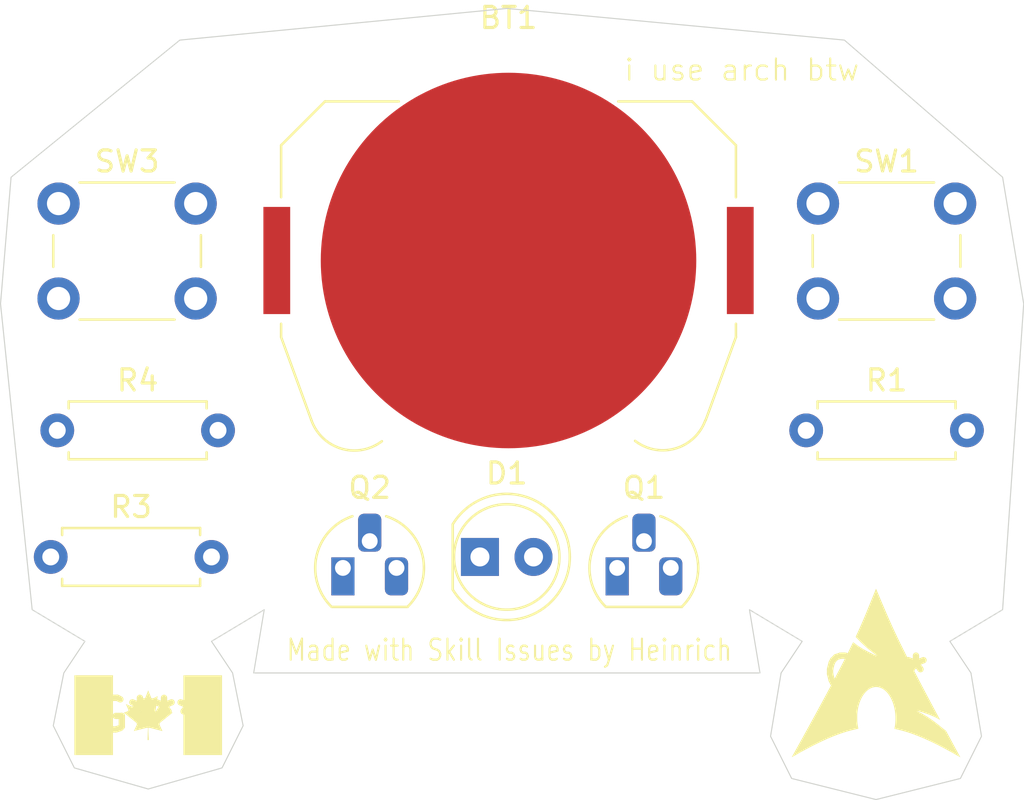
<source format=kicad_pcb>
(kicad_pcb (version 20241229) (generator "pcbnew") (generator_version "9.0")
  (layers (0 "F.Cu" signal) (2 "B.Cu" signal) (13 "F.Paste" user) (15 "B.Paste" user) (5 "F.SilkS" user "F.Silkscreen") (7 "B.SilkS" user "B.Silkscreen") (1 "F.Mask" user) (3 "B.Mask" user) (25 "Edge.Cuts" user))
  (net 0 "")
  (net 1 "Net-(BT1--)")
  (net 2 "Net-(BT1-+)")
  (net 3 "Net-(D1-K)")
  (net 4 "Net-(D1-A)")
  (net 5 "Net-(Q1-C)")
  (net 6 "Net-(Q1-B)")
  (net 7 "Net-(Q2-B)")
  (net 8 "Net-(R3-Pad1)")
  (net 9 "Net-(R4-Pad1)")
  (footprint "LOGO" (layer "F.Cu") (at 166.5 115)
    (property "Reference" "G***" (at 0 0 0) (layer "F.SilkS") (effects (font (size 1.5 1.5) (thickness 0.3))))
    (property "Value" "LOGO" (hide yes))
  )
  (footprint "Package_TO_SOT_THT:TO-92L_HandSolder" (layer "F.Cu") (at 154.23 110.02)
    (property "Reference" "Q1" (at 1.27 -3.8 0) (layer "F.SilkS"))
    (property "Value" "NPN")
    (pad "1" thru_hole rect (at 0 0) (size 1.1 1.8) (drill 0.75 (offset 0 0.4)) (layers "*.Cu" "*.Mask") (net 5 "Net-(Q1-C)"))
    (pad "2" thru_hole roundrect (at 1.27 -1.27) (size 1.1 1.8) (drill 0.75 (offset 0 -0.4)) (layers "*.Cu" "*.Mask") (net 6 "Net-(Q1-B)"))
    (pad "3" thru_hole roundrect (at 2.54 0) (size 1.1 1.8) (drill 0.75 (offset 0 0.4)) (layers "*.Cu" "*.Mask") (net 1 "Net-(BT1--)"))
  )
  (footprint "Resistor_THT:R_Axial_DIN0207_L6.3mm_D2.5mm_P7.62mm_Horizontal" (layer "F.Cu") (at 163.19 103.5)
    (property "Reference" "R1" (at 3.81 -2.37 0) (layer "F.SilkS"))
    (property "Value" "R")
    (pad "1" thru_hole circle (at 0 0) (size 1.6 1.6) (drill 0.8) (layers "*.Cu" "*.Mask") (net 2 "Net-(BT1-+)"))
    (pad "2" thru_hole circle (at 7.62 0) (size 1.6 1.6) (drill 0.8) (layers "*.Cu" "*.Mask") (net 4 "Net-(D1-A)"))
  )
  (footprint "Package_TO_SOT_THT:TO-92L_HandSolder" (layer "F.Cu") (at 141.23 110.02)
    (property "Reference" "Q2" (at 1.27 -3.8 0) (layer "F.SilkS"))
    (property "Value" "NPN")
    (pad "1" thru_hole rect (at 0 0) (size 1.1 1.8) (drill 0.75 (offset 0 0.4)) (layers "*.Cu" "*.Mask") (net 3 "Net-(D1-K)"))
    (pad "2" thru_hole roundrect (at 1.27 -1.27) (size 1.1 1.8) (drill 0.75 (offset 0 -0.4)) (layers "*.Cu" "*.Mask") (net 7 "Net-(Q2-B)"))
    (pad "3" thru_hole roundrect (at 2.54 0) (size 1.1 1.8) (drill 0.75 (offset 0 0.4)) (layers "*.Cu" "*.Mask") (net 5 "Net-(Q1-C)"))
  )
  (footprint "Button_Switch_THT:SW_PUSH_6mm" (layer "F.Cu") (at 127.75 92.75)
    (property "Reference" "SW3" (at 3.25 -2 0) (layer "F.SilkS"))
    (property "Value" "SW_Push")
    (pad "1" thru_hole circle (at 0 0 90) (size 2 2) (drill 1.1) (layers "*.Cu" "*.Mask") (net 2 "Net-(BT1-+)"))
    (pad "1" thru_hole circle (at 6.5 0 90) (size 2 2) (drill 1.1) (layers "*.Cu" "*.Mask") (net 2 "Net-(BT1-+)"))
    (pad "2" thru_hole circle (at 0 4.5 90) (size 2 2) (drill 1.1) (layers "*.Cu" "*.Mask") (net 8 "Net-(R3-Pad1)"))
    (pad "2" thru_hole circle (at 6.5 4.5 90) (size 2 2) (drill 1.1) (layers "*.Cu" "*.Mask") (net 8 "Net-(R3-Pad1)"))
  )
  (footprint "Button_Switch_THT:SW_PUSH_6mm" (layer "F.Cu") (at 163.75 92.75)
    (property "Reference" "SW1" (at 3.25 -2 0) (layer "F.SilkS"))
    (property "Value" "SW_Push")
    (pad "1" thru_hole circle (at 0 0 90) (size 2 2) (drill 1.1) (layers "*.Cu" "*.Mask") (net 2 "Net-(BT1-+)"))
    (pad "1" thru_hole circle (at 6.5 0 90) (size 2 2) (drill 1.1) (layers "*.Cu" "*.Mask") (net 2 "Net-(BT1-+)"))
    (pad "2" thru_hole circle (at 0 4.5 90) (size 2 2) (drill 1.1) (layers "*.Cu" "*.Mask") (net 9 "Net-(R4-Pad1)"))
    (pad "2" thru_hole circle (at 6.5 4.5 90) (size 2 2) (drill 1.1) (layers "*.Cu" "*.Mask") (net 9 "Net-(R4-Pad1)"))
  )
  (footprint "LOGO" (layer "F.Cu") (at 132 117)
    (property "Reference" "G***" (at 0 0 0) (layer "F.SilkS") (effects (font (size 1.5 1.5) (thickness 0.3))))
    (property "Value" "LOGO" (hide yes))
  )
  (footprint "Battery:BatteryHolder_Keystone_3034_1x20mm" (layer "F.Cu") (at 149.08 95.448075)
    (property "Reference" "BT1" (at 0 -11.5 0) (layer "F.SilkS"))
    (property "Value" "Battery_Cell")
    (pad "1" smd rect (at -10.985 0) (size 1.27 5.08) (layers "F.Cu" "F.Mask" "F.Paste") (net 2 "Net-(BT1-+)"))
    (pad "1" smd rect (at 10.985 0) (size 1.27 5.08) (layers "F.Cu" "F.Mask" "F.Paste") (net 2 "Net-(BT1-+)"))
    (pad "2" smd circle (at 0 0) (size 17.8 17.8) (layers "F.Cu" "F.Mask") (net 1 "Net-(BT1--)"))
  )
  (footprint "LED_THT:LED_D5.0mm" (layer "F.Cu") (at 147.725 109.5)
    (property "Reference" "D1" (at 1.27 -3.96 0) (layer "F.SilkS"))
    (property "Value" "LED")
    (pad "1" thru_hole rect (at 0 0) (size 1.8 1.8) (drill 0.9) (layers "*.Cu" "*.Mask") (net 3 "Net-(D1-K)"))
    (pad "2" thru_hole circle (at 2.54 0) (size 1.8 1.8) (drill 0.9) (layers "*.Cu" "*.Mask") (net 4 "Net-(D1-A)"))
  )
  (footprint "Resistor_THT:R_Axial_DIN0207_L6.3mm_D2.5mm_P7.62mm_Horizontal" (layer "F.Cu") (at 127.38 109.5)
    (property "Reference" "R3" (at 3.81 -2.37 0) (layer "F.SilkS"))
    (property "Value" "R")
    (pad "1" thru_hole circle (at 0 0) (size 1.6 1.6) (drill 0.8) (layers "*.Cu" "*.Mask") (net 8 "Net-(R3-Pad1)"))
    (pad "2" thru_hole circle (at 7.62 0) (size 1.6 1.6) (drill 0.8) (layers "*.Cu" "*.Mask") (net 7 "Net-(Q2-B)"))
  )
  (footprint "Resistor_THT:R_Axial_DIN0207_L6.3mm_D2.5mm_P7.62mm_Horizontal" (layer "F.Cu") (at 127.69 103.5)
    (property "Reference" "R4" (at 3.81 -2.37 0) (layer "F.SilkS"))
    (property "Value" "R")
    (pad "1" thru_hole circle (at 0 0) (size 1.6 1.6) (drill 0.8) (layers "*.Cu" "*.Mask") (net 9 "Net-(R4-Pad1)"))
    (pad "2" thru_hole circle (at 7.62 0) (size 1.6 1.6) (drill 0.8) (layers "*.Cu" "*.Mask") (net 6 "Net-(Q1-B)"))
  )
  (gr_poly (pts (xy 172.5 91.5) (xy 165 85) (xy 149 83.5) (xy 133.5 85) (xy 125.5 91.5) (xy 125 97.5) (xy 126.5 112) (xy 129 113.5) (xy 128 115) (xy 127.5 117.5) (xy 128.5 119.5) (xy 132 120.5) (xy 135.5 119.5) (xy 136.5 117.5) (xy 136 115) (xy 135 113.5) (xy 137.5 112) (xy 137 115) (xy 161 115) (xy 160.5 112) (xy 163 113.5) (xy 162 115) (xy 161.5 118) (xy 162.5 120) (xy 166.5 121) (xy 170.5 120) (xy 171.5 118) (xy 171 115) (xy 170 113.5) (xy 172.5 112) (xy 173.5 97.5)) (stroke (width 0.05)) (fill no) (layer "Edge.Cuts"))
  (gr_text "i use arch btw" (at 154.5 87 0) (layer "F.SilkS") (effects (font (size 1 1) (thickness 0.1)) (justify left bottom)))
  (gr_text "Made with Skill Issues by Heinrich" (at 138.5 114.5 0) (layer "F.SilkS") (effects (font (size 1 0.8) (thickness 0.1)) (justify left bottom)))
)
</source>
